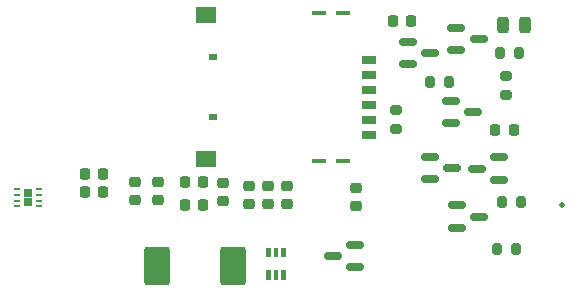
<source format=gbr>
%TF.GenerationSoftware,KiCad,Pcbnew,8.0.5*%
%TF.CreationDate,2024-10-08T13:53:17+03:00*%
%TF.ProjectId,LEXI-R422,4c455849-2d52-4343-9232-2e6b69636164,rev?*%
%TF.SameCoordinates,Original*%
%TF.FileFunction,Paste,Top*%
%TF.FilePolarity,Positive*%
%FSLAX46Y46*%
G04 Gerber Fmt 4.6, Leading zero omitted, Abs format (unit mm)*
G04 Created by KiCad (PCBNEW 8.0.5) date 2024-10-08 13:53:17*
%MOMM*%
%LPD*%
G01*
G04 APERTURE LIST*
G04 Aperture macros list*
%AMRoundRect*
0 Rectangle with rounded corners*
0 $1 Rounding radius*
0 $2 $3 $4 $5 $6 $7 $8 $9 X,Y pos of 4 corners*
0 Add a 4 corners polygon primitive as box body*
4,1,4,$2,$3,$4,$5,$6,$7,$8,$9,$2,$3,0*
0 Add four circle primitives for the rounded corners*
1,1,$1+$1,$2,$3*
1,1,$1+$1,$4,$5*
1,1,$1+$1,$6,$7*
1,1,$1+$1,$8,$9*
0 Add four rect primitives between the rounded corners*
20,1,$1+$1,$2,$3,$4,$5,0*
20,1,$1+$1,$4,$5,$6,$7,0*
20,1,$1+$1,$6,$7,$8,$9,0*
20,1,$1+$1,$8,$9,$2,$3,0*%
G04 Aperture macros list end*
%ADD10C,0.010000*%
%ADD11RoundRect,0.225000X0.250000X-0.225000X0.250000X0.225000X-0.250000X0.225000X-0.250000X-0.225000X0*%
%ADD12RoundRect,0.250001X-0.837499X-1.399999X0.837499X-1.399999X0.837499X1.399999X-0.837499X1.399999X0*%
%ADD13RoundRect,0.225000X-0.225000X-0.250000X0.225000X-0.250000X0.225000X0.250000X-0.225000X0.250000X0*%
%ADD14RoundRect,0.150000X-0.587500X-0.150000X0.587500X-0.150000X0.587500X0.150000X-0.587500X0.150000X0*%
%ADD15R,1.150000X0.650000*%
%ADD16R,1.300000X0.450000*%
%ADD17R,1.700000X1.400000*%
%ADD18R,0.800000X0.540000*%
%ADD19RoundRect,0.200000X-0.200000X-0.275000X0.200000X-0.275000X0.200000X0.275000X-0.200000X0.275000X0*%
%ADD20RoundRect,0.150000X0.587500X0.150000X-0.587500X0.150000X-0.587500X-0.150000X0.587500X-0.150000X0*%
%ADD21RoundRect,0.200000X0.200000X0.275000X-0.200000X0.275000X-0.200000X-0.275000X0.200000X-0.275000X0*%
%ADD22R,0.750000X0.650000*%
%ADD23RoundRect,0.062500X-0.187500X-0.062500X0.187500X-0.062500X0.187500X0.062500X-0.187500X0.062500X0*%
%ADD24RoundRect,0.225000X0.225000X0.250000X-0.225000X0.250000X-0.225000X-0.250000X0.225000X-0.250000X0*%
%ADD25RoundRect,0.200000X0.275000X-0.200000X0.275000X0.200000X-0.275000X0.200000X-0.275000X-0.200000X0*%
%ADD26RoundRect,0.225000X-0.250000X0.225000X-0.250000X-0.225000X0.250000X-0.225000X0.250000X0.225000X0*%
%ADD27C,0.500000*%
%ADD28RoundRect,0.243750X-0.243750X-0.456250X0.243750X-0.456250X0.243750X0.456250X-0.243750X0.456250X0*%
G04 APERTURE END LIST*
D10*
%TO.C,D1*%
X46900000Y1176111D02*
X46598454Y1176111D01*
X46598454Y1925000D01*
X46900000Y1925000D01*
X46900000Y1176111D01*
G36*
X46900000Y1176111D02*
G01*
X46598454Y1176111D01*
X46598454Y1925000D01*
X46900000Y1925000D01*
X46900000Y1176111D01*
G37*
X46900000Y-725920D02*
X46599445Y-725920D01*
X46599445Y25000D01*
X46900000Y25000D01*
X46900000Y-725920D01*
G36*
X46900000Y-725920D02*
G01*
X46599445Y-725920D01*
X46599445Y25000D01*
X46900000Y25000D01*
X46900000Y-725920D01*
G37*
X47550000Y-726250D02*
X47249858Y-726250D01*
X47249858Y25000D01*
X47550000Y25000D01*
X47550000Y-726250D01*
G36*
X47550000Y-726250D02*
G01*
X47249858Y-726250D01*
X47249858Y25000D01*
X47550000Y25000D01*
X47550000Y-726250D01*
G37*
X47550000Y1175076D02*
X47249980Y1175076D01*
X47249980Y1925000D01*
X47550000Y1925000D01*
X47550000Y1175076D01*
G36*
X47550000Y1175076D02*
G01*
X47249980Y1175076D01*
X47249980Y1925000D01*
X47550000Y1925000D01*
X47550000Y1175076D01*
G37*
X48200000Y1175043D02*
X47900037Y1175043D01*
X47900037Y1925000D01*
X48200000Y1925000D01*
X48200000Y1175043D01*
G36*
X48200000Y1175043D02*
G01*
X47900037Y1175043D01*
X47900037Y1925000D01*
X48200000Y1925000D01*
X48200000Y1175043D01*
G37*
X48200000Y-726090D02*
X47900413Y-726090D01*
X47900413Y25000D01*
X48200000Y25000D01*
X48200000Y-726090D01*
G36*
X48200000Y-726090D02*
G01*
X47900413Y-726090D01*
X47900413Y25000D01*
X48200000Y25000D01*
X48200000Y-726090D01*
G37*
%TD*%
D11*
%TO.C,C1*%
X48400000Y5625000D03*
X48400000Y7175000D03*
%TD*%
%TO.C,C2*%
X46800000Y5625000D03*
X46800000Y7175000D03*
%TD*%
%TO.C,C3*%
X45200000Y5625000D03*
X45200000Y7175000D03*
%TD*%
%TO.C,C4*%
X54200000Y5425000D03*
X54200000Y6975000D03*
%TD*%
D12*
%TO.C,C6*%
X37412500Y400000D03*
X43787500Y400000D03*
%TD*%
D11*
%TO.C,C7*%
X37500000Y5950000D03*
X37500000Y7500000D03*
%TD*%
D13*
%TO.C,C8*%
X31250000Y8174800D03*
X32800000Y8174800D03*
%TD*%
%TO.C,C9*%
X39725000Y5500000D03*
X41275000Y5500000D03*
%TD*%
%TO.C,C10*%
X31250000Y6600000D03*
X32800000Y6600000D03*
%TD*%
%TO.C,C11*%
X39725000Y7500000D03*
X41275000Y7500000D03*
%TD*%
D11*
%TO.C,C12*%
X35500000Y5950000D03*
X35500000Y7500000D03*
%TD*%
D14*
%TO.C,Q8*%
X62725000Y20550000D03*
X62725000Y18650000D03*
X64600000Y19600000D03*
%TD*%
D15*
%TO.C,J11*%
X55295000Y12745000D03*
X55295000Y15285000D03*
X55295000Y17825000D03*
X55295000Y11475000D03*
X55295000Y14015000D03*
X55295000Y16555000D03*
D16*
X53125000Y9230000D03*
X51125000Y9230000D03*
X53125000Y21770000D03*
X51125000Y21770000D03*
D17*
X41565000Y21605000D03*
X41565000Y9395000D03*
D18*
X42145000Y12960000D03*
X42145000Y18040000D03*
%TD*%
D19*
%TO.C,R6*%
X66150000Y1800000D03*
X67800000Y1800000D03*
%TD*%
D20*
%TO.C,Q5*%
X66337500Y7650000D03*
X66337500Y9550000D03*
X64462500Y8600000D03*
%TD*%
D21*
%TO.C,R7*%
X62125000Y15900000D03*
X60475000Y15900000D03*
%TD*%
D22*
%TO.C,U1*%
X26450000Y6550000D03*
X26450000Y5750000D03*
D23*
X25500000Y6900000D03*
X25500000Y6400000D03*
X25500000Y5900000D03*
X25500000Y5400000D03*
X27400000Y5400000D03*
X27400000Y5900000D03*
X27400000Y6400000D03*
X27400000Y6900000D03*
%TD*%
D24*
%TO.C,C16*%
X58875000Y21090000D03*
X57325000Y21090000D03*
%TD*%
D13*
%TO.C,C17*%
X66025000Y11880000D03*
X67575000Y11880000D03*
%TD*%
D19*
%TO.C,R8*%
X66575000Y5800000D03*
X68225000Y5800000D03*
%TD*%
D25*
%TO.C,R9*%
X57600000Y11950000D03*
X57600000Y13600000D03*
%TD*%
D14*
%TO.C,Q1*%
X58590000Y19330000D03*
X58590000Y17430000D03*
X60465000Y18380000D03*
%TD*%
D21*
%TO.C,R2*%
X68025000Y18400000D03*
X66375000Y18400000D03*
%TD*%
D14*
%TO.C,Q2*%
X62800000Y5500000D03*
X62800000Y3600000D03*
X64675000Y4550000D03*
%TD*%
%TO.C,Q6*%
X60462500Y9600000D03*
X60462500Y7700000D03*
X62337500Y8650000D03*
%TD*%
D26*
%TO.C,C15*%
X43000000Y7400000D03*
X43000000Y5850000D03*
%TD*%
D27*
%TO.C,TP1*%
X71689600Y5511800D03*
%TD*%
D28*
%TO.C,D2*%
X66662500Y20800000D03*
X68537500Y20800000D03*
%TD*%
D14*
%TO.C,Q4*%
X62262500Y14350000D03*
X62262500Y12450000D03*
X64137500Y13400000D03*
%TD*%
D25*
%TO.C,R5*%
X66910000Y14835000D03*
X66910000Y16485000D03*
%TD*%
D20*
%TO.C,Q3*%
X54137500Y250000D03*
X54137500Y2150000D03*
X52262500Y1200000D03*
%TD*%
M02*

</source>
